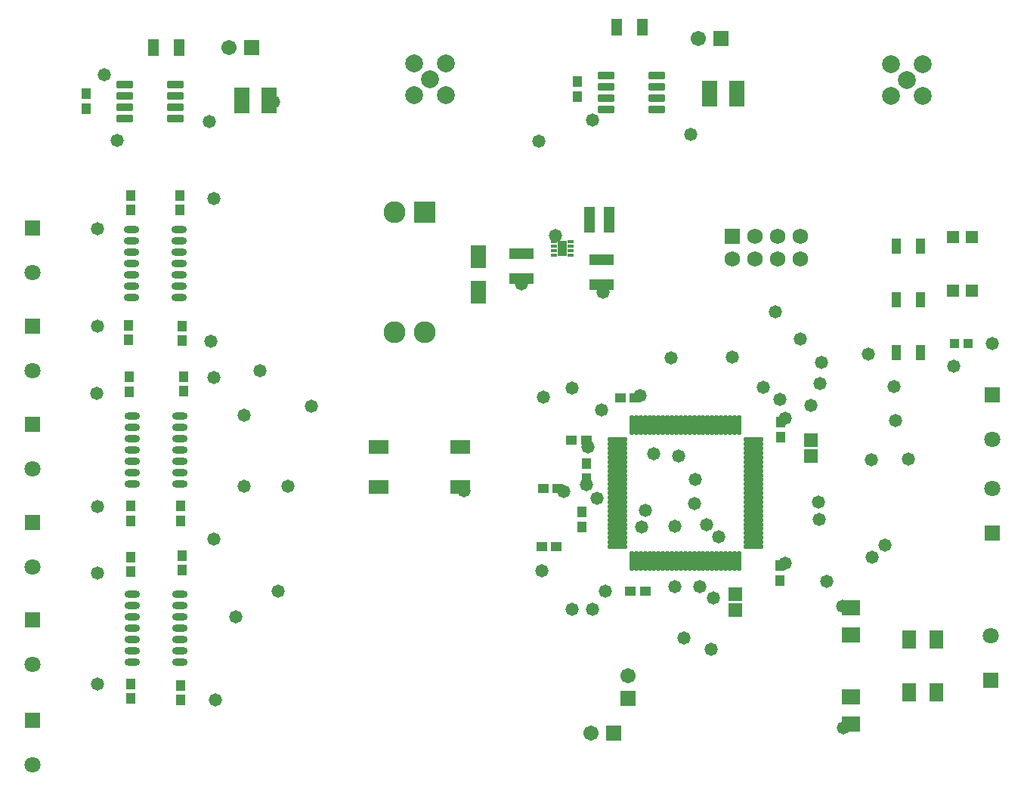
<source format=gbr>
%TF.GenerationSoftware,Altium Limited,Altium Designer,19.1.8 (144)*%
G04 Layer_Color=8388736*
%FSLAX25Y25*%
%MOIN*%
%TF.FileFunction,Soldermask,Top*%
%TF.Part,Single*%
G01*
G75*
%TA.AperFunction,SMDPad,CuDef*%
%ADD10R,0.04166X0.04749*%
%ADD15R,0.04749X0.04166*%
%ADD17R,0.06127X0.05924*%
%ADD22R,0.06693X0.09843*%
%TA.AperFunction,ComponentPad*%
%ADD34R,0.09646X0.09646*%
%ADD35C,0.09646*%
%ADD46C,0.07887*%
%ADD47R,0.07099X0.07099*%
%ADD48C,0.07099*%
%ADD49C,0.06902*%
%ADD50R,0.06902X0.06902*%
%ADD51R,0.06706X0.06706*%
%ADD52C,0.06706*%
%ADD53R,0.06706X0.06706*%
%TA.AperFunction,ViaPad*%
%ADD54C,0.05800*%
%ADD55C,0.07887*%
%ADD56C,0.02520*%
%TA.AperFunction,SMDPad,CuDef*%
%ADD64O,0.06902X0.03162*%
%ADD65R,0.04343X0.07099*%
%ADD66O,0.01981X0.09068*%
%ADD67O,0.09068X0.01981*%
%ADD68R,0.05524X0.05524*%
%ADD69R,0.11036X0.04540*%
%ADD70R,0.04737X0.11430*%
%ADD71R,0.04095X0.06850*%
%ADD72R,0.02520X0.01654*%
%ADD73R,0.06115X0.08083*%
%ADD74R,0.08280X0.06706*%
%ADD75R,0.03950X0.03950*%
%ADD76R,0.09068X0.06312*%
%ADD77R,0.06509X0.11824*%
G04:AMPARAMS|DCode=78|XSize=33.59mil|YSize=72.96mil|CornerRadius=5.92mil|HoleSize=0mil|Usage=FLASHONLY|Rotation=90.000|XOffset=0mil|YOffset=0mil|HoleType=Round|Shape=RoundedRectangle|*
%AMROUNDEDRECTD78*
21,1,0.03359,0.06112,0,0,90.0*
21,1,0.02175,0.07296,0,0,90.0*
1,1,0.01184,0.03056,0.01088*
1,1,0.01184,0.03056,-0.01088*
1,1,0.01184,-0.03056,-0.01088*
1,1,0.01184,-0.03056,0.01088*
%
%ADD78ROUNDEDRECTD78*%
%ADD79R,0.05131X0.07296*%
D10*
X82677Y263393D02*
D03*
Y256890D02*
D03*
X61024Y263393D02*
D03*
Y256890D02*
D03*
X83661Y199205D02*
D03*
Y205709D02*
D03*
X60039Y199504D02*
D03*
Y206008D02*
D03*
X41397Y308168D02*
D03*
Y301664D02*
D03*
X258228Y313581D02*
D03*
Y307078D02*
D03*
X84310Y176861D02*
D03*
Y183365D02*
D03*
X60393Y176763D02*
D03*
Y183266D02*
D03*
X82932Y46948D02*
D03*
Y40444D02*
D03*
X60984Y47637D02*
D03*
Y41133D02*
D03*
X83818Y97924D02*
D03*
Y104428D02*
D03*
X61082Y97235D02*
D03*
Y103739D02*
D03*
X83129Y126180D02*
D03*
Y119676D02*
D03*
X61180Y126180D02*
D03*
Y119676D02*
D03*
X262165Y138377D02*
D03*
Y144881D02*
D03*
X347893Y156684D02*
D03*
Y163188D02*
D03*
X260196Y123522D02*
D03*
Y117018D02*
D03*
X347401Y93396D02*
D03*
Y99900D02*
D03*
D15*
X262070Y155310D02*
D03*
X255566D02*
D03*
X243066Y134050D02*
D03*
X249570D02*
D03*
X283527Y173912D02*
D03*
X277023D02*
D03*
X248881Y108164D02*
D03*
X242377D02*
D03*
X287956Y88676D02*
D03*
X281452D02*
D03*
D17*
X361180Y148319D02*
D03*
Y155411D02*
D03*
X327814Y80208D02*
D03*
Y87301D02*
D03*
D22*
X214567Y220473D02*
D03*
Y236221D02*
D03*
D34*
X190748Y255847D02*
D03*
D35*
Y202815D02*
D03*
X177362Y255847D02*
D03*
Y202815D02*
D03*
D46*
X403306Y314266D02*
D03*
X396347Y307307D02*
D03*
Y321226D02*
D03*
X410266Y307307D02*
D03*
X410266Y321226D02*
D03*
X200058Y321451D02*
D03*
Y307532D02*
D03*
X186139Y321451D02*
D03*
Y307532D02*
D03*
X193099Y314492D02*
D03*
D47*
X17717Y205709D02*
D03*
X440945Y114173D02*
D03*
X17717Y249016D02*
D03*
X440945Y175197D02*
D03*
X17717Y162402D02*
D03*
Y119095D02*
D03*
Y75787D02*
D03*
Y31496D02*
D03*
X440314Y49207D02*
D03*
D48*
X17717Y186024D02*
D03*
X440945Y133858D02*
D03*
X17717Y229331D02*
D03*
X440945Y155512D02*
D03*
X17717Y142717D02*
D03*
Y99410D02*
D03*
Y56102D02*
D03*
Y11811D02*
D03*
X440314Y68893D02*
D03*
D49*
X356476Y235330D02*
D03*
X346476D02*
D03*
X336476D02*
D03*
X326476D02*
D03*
X356476Y245329D02*
D03*
X346476D02*
D03*
X336476D02*
D03*
D50*
X326476D02*
D03*
D51*
X274035Y25979D02*
D03*
X321373Y332455D02*
D03*
X114290Y328735D02*
D03*
D52*
X264035Y25979D02*
D03*
X280275Y51274D02*
D03*
X311373Y332455D02*
D03*
X104290Y328735D02*
D03*
D53*
X280275Y41274D02*
D03*
D54*
X248425Y245669D02*
D03*
X255906Y178150D02*
D03*
X243110Y174213D02*
D03*
X140748Y170276D02*
D03*
X308071Y290354D02*
D03*
X241142Y287402D02*
D03*
X214567Y220473D02*
D03*
X111221Y166339D02*
D03*
Y134843D02*
D03*
X118110Y186024D02*
D03*
X130413Y134843D02*
D03*
X264764Y80709D02*
D03*
X255906D02*
D03*
X316929Y62992D02*
D03*
X305118Y67913D02*
D03*
X301181Y90551D02*
D03*
X317913Y85630D02*
D03*
X312008Y90551D02*
D03*
X96457Y198819D02*
D03*
X46260Y205709D02*
D03*
Y248465D02*
D03*
X440945Y197835D02*
D03*
X365158Y180118D02*
D03*
X347441Y173228D02*
D03*
X310039Y137795D02*
D03*
X424213Y187992D02*
D03*
X365708Y189562D02*
D03*
X356288Y199966D02*
D03*
X345334Y211904D02*
D03*
X397795Y179030D02*
D03*
X97795Y183066D02*
D03*
X268858Y168696D02*
D03*
X264625Y296747D02*
D03*
X95826Y295861D02*
D03*
X107342Y77160D02*
D03*
X302617Y148125D02*
D03*
X398483Y163873D02*
D03*
X387755Y146648D02*
D03*
X374960Y81885D02*
D03*
X375255Y28341D02*
D03*
X320432Y112495D02*
D03*
X315117Y118007D02*
D03*
X309704Y127160D02*
D03*
X301239Y117318D02*
D03*
X364428Y127849D02*
D03*
X364822Y120271D02*
D03*
X49566Y316530D02*
D03*
X54979Y287495D02*
D03*
X388149Y103440D02*
D03*
X393858Y109050D02*
D03*
X299271Y191727D02*
D03*
X126042Y88479D02*
D03*
X288149Y124109D02*
D03*
X286476Y116826D02*
D03*
X340216Y178538D02*
D03*
X291692Y149404D02*
D03*
X262603Y152313D02*
D03*
X349665Y100881D02*
D03*
X349861Y164857D02*
D03*
X242381Y97436D02*
D03*
X270531Y88676D02*
D03*
X367972Y93007D02*
D03*
X361180Y170566D02*
D03*
X326535Y191826D02*
D03*
X285787Y175093D02*
D03*
X208129Y132869D02*
D03*
X252125Y132672D02*
D03*
X266594Y129522D02*
D03*
X262066Y135625D02*
D03*
X124074Y304719D02*
D03*
X45924Y176077D02*
D03*
X46515Y125881D02*
D03*
X46417Y96550D02*
D03*
X46515Y47436D02*
D03*
X97598Y111609D02*
D03*
X97795Y261904D02*
D03*
X98385Y40546D02*
D03*
X233326Y224109D02*
D03*
X269350Y220566D02*
D03*
X403922Y146791D02*
D03*
X386322Y193291D02*
D03*
D55*
X410266Y321226D02*
D03*
X410266Y307307D02*
D03*
X396347Y321226D02*
D03*
Y307307D02*
D03*
X403306Y314266D02*
D03*
X193099Y314492D02*
D03*
X186139Y307532D02*
D03*
Y321451D02*
D03*
X200058Y307532D02*
D03*
Y321451D02*
D03*
D56*
X251401Y241617D02*
D03*
Y238467D02*
D03*
D64*
X61417Y248268D02*
D03*
Y243268D02*
D03*
Y238268D02*
D03*
Y233268D02*
D03*
Y228268D02*
D03*
Y223268D02*
D03*
Y218268D02*
D03*
X82284Y248268D02*
D03*
Y243268D02*
D03*
Y238268D02*
D03*
Y233268D02*
D03*
Y228268D02*
D03*
Y223268D02*
D03*
Y218268D02*
D03*
X82637Y57180D02*
D03*
Y62180D02*
D03*
Y67180D02*
D03*
Y72180D02*
D03*
Y77180D02*
D03*
Y82180D02*
D03*
Y87180D02*
D03*
X61771Y57180D02*
D03*
Y62180D02*
D03*
Y67180D02*
D03*
Y72180D02*
D03*
Y77180D02*
D03*
Y82180D02*
D03*
Y87180D02*
D03*
X82637Y135920D02*
D03*
Y140920D02*
D03*
Y145920D02*
D03*
Y150920D02*
D03*
Y155920D02*
D03*
Y160920D02*
D03*
Y165920D02*
D03*
X61771Y135920D02*
D03*
Y140920D02*
D03*
Y145920D02*
D03*
Y150920D02*
D03*
Y155920D02*
D03*
Y160920D02*
D03*
Y165920D02*
D03*
D65*
X409507Y241038D02*
D03*
X398877D02*
D03*
X409507Y217416D02*
D03*
X398877D02*
D03*
X409507Y193794D02*
D03*
X398877D02*
D03*
D66*
X282058Y161794D02*
D03*
X284027D02*
D03*
X285995D02*
D03*
X287964D02*
D03*
X289932D02*
D03*
X291901D02*
D03*
X293869D02*
D03*
X295838D02*
D03*
X297806D02*
D03*
X299775D02*
D03*
X301743D02*
D03*
X303712D02*
D03*
X305680D02*
D03*
X307649D02*
D03*
X309617D02*
D03*
X311586D02*
D03*
X313554D02*
D03*
X315523D02*
D03*
X317491D02*
D03*
X319460D02*
D03*
X321428D02*
D03*
X323397D02*
D03*
X325365D02*
D03*
X327334D02*
D03*
X329302D02*
D03*
Y101952D02*
D03*
X327334D02*
D03*
X325365D02*
D03*
X323397D02*
D03*
X321428D02*
D03*
X319460D02*
D03*
X317491D02*
D03*
X315523D02*
D03*
X313554D02*
D03*
X311586D02*
D03*
X309617D02*
D03*
X307649D02*
D03*
X305680D02*
D03*
X303712D02*
D03*
X301743D02*
D03*
X299775D02*
D03*
X297806D02*
D03*
X295838D02*
D03*
X293869D02*
D03*
X291901D02*
D03*
X289932D02*
D03*
X287964D02*
D03*
X285995D02*
D03*
X284027D02*
D03*
X282058D02*
D03*
D67*
X335602Y155495D02*
D03*
Y153526D02*
D03*
Y151558D02*
D03*
Y149589D02*
D03*
Y147621D02*
D03*
Y145652D02*
D03*
Y143684D02*
D03*
Y141715D02*
D03*
Y139747D02*
D03*
Y137778D02*
D03*
Y135810D02*
D03*
Y133841D02*
D03*
Y131873D02*
D03*
Y129904D02*
D03*
Y127936D02*
D03*
Y125967D02*
D03*
Y123999D02*
D03*
Y122030D02*
D03*
Y120062D02*
D03*
Y118093D02*
D03*
Y116125D02*
D03*
Y114156D02*
D03*
Y112188D02*
D03*
Y110219D02*
D03*
Y108251D02*
D03*
X275759D02*
D03*
Y110219D02*
D03*
Y112188D02*
D03*
Y114156D02*
D03*
Y116125D02*
D03*
Y118093D02*
D03*
Y120062D02*
D03*
Y122030D02*
D03*
Y123999D02*
D03*
Y125967D02*
D03*
Y127936D02*
D03*
Y129904D02*
D03*
Y131873D02*
D03*
Y133841D02*
D03*
Y135810D02*
D03*
Y137778D02*
D03*
Y139747D02*
D03*
Y141715D02*
D03*
Y143684D02*
D03*
Y145652D02*
D03*
Y147621D02*
D03*
Y149589D02*
D03*
Y151558D02*
D03*
Y153526D02*
D03*
Y155495D02*
D03*
D68*
X423680Y244975D02*
D03*
X431948D02*
D03*
X423680Y221353D02*
D03*
X431948D02*
D03*
D69*
X268818Y235034D02*
D03*
Y224010D02*
D03*
X233523Y237593D02*
D03*
Y226570D02*
D03*
D70*
X263444Y252751D02*
D03*
X272106D02*
D03*
D71*
X251401Y240042D02*
D03*
D72*
X255141Y242995D02*
D03*
Y241026D02*
D03*
Y239058D02*
D03*
Y237089D02*
D03*
X247661D02*
D03*
Y239058D02*
D03*
Y241026D02*
D03*
Y242995D02*
D03*
D73*
X416342Y67416D02*
D03*
X404334D02*
D03*
X416342Y43794D02*
D03*
X404334D02*
D03*
D74*
X378842Y81196D02*
D03*
Y69385D02*
D03*
Y41826D02*
D03*
Y30015D02*
D03*
D75*
X424468Y197830D02*
D03*
X430373D02*
D03*
D76*
X206259Y152357D02*
D03*
Y134641D02*
D03*
X170432D02*
D03*
Y152357D02*
D03*
D77*
X316299Y308262D02*
D03*
X328306D02*
D03*
X110098Y305113D02*
D03*
X122105D02*
D03*
D78*
X293125Y301333D02*
D03*
Y306333D02*
D03*
Y311333D02*
D03*
Y316334D02*
D03*
X270881Y301333D02*
D03*
Y306333D02*
D03*
Y311333D02*
D03*
Y316334D02*
D03*
X80668Y297239D02*
D03*
Y302239D02*
D03*
Y307239D02*
D03*
Y312239D02*
D03*
X58425Y297239D02*
D03*
Y302239D02*
D03*
Y307239D02*
D03*
Y312239D02*
D03*
D79*
X286672Y337692D02*
D03*
X275452D02*
D03*
X82342Y328735D02*
D03*
X71121D02*
D03*
%TF.MD5,40e5a6ee7aa095e2a2e72b174935a5c0*%
M02*

</source>
